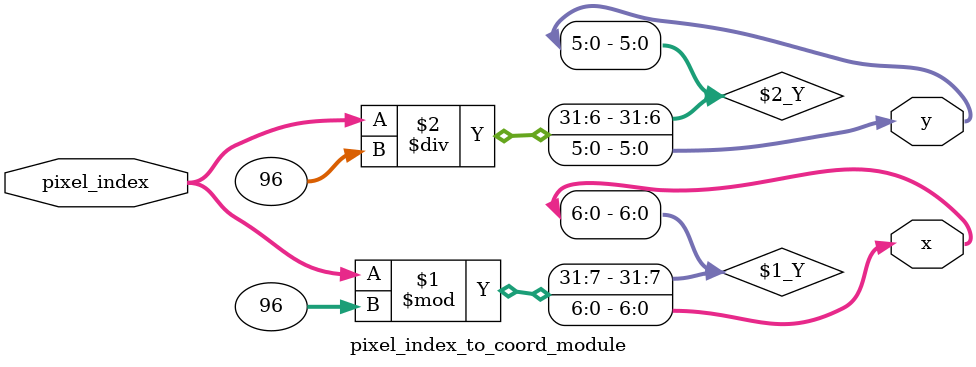
<source format=v>
`timescale 1ns / 1ps


module pixel_index_to_coord_module( output [6:0] x,
                                    output [5:0] y,
                                    input [12:0] pixel_index);
    assign x = pixel_index % 96;
    assign y = pixel_index / 96;
endmodule

</source>
